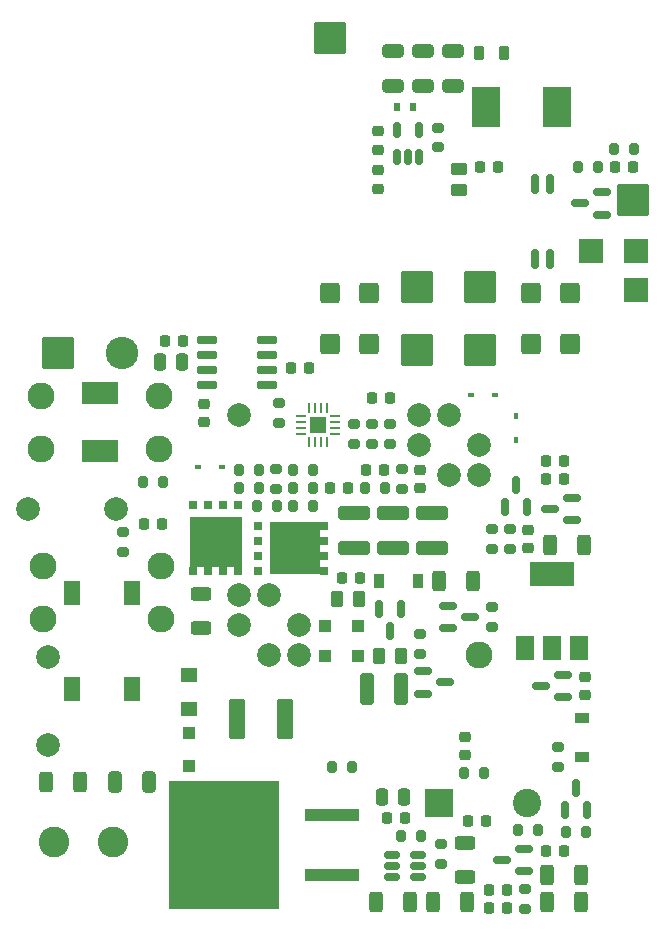
<source format=gbr>
%TF.GenerationSoftware,KiCad,Pcbnew,7.99.0-950-gc4668c1d3a-dirty*%
%TF.CreationDate,2023-06-21T04:14:00+08:00*%
%TF.ProjectId,LightningReed,4c696768-746e-4696-9e67-526565642e6b,rev?*%
%TF.SameCoordinates,Original*%
%TF.FileFunction,Soldermask,Bot*%
%TF.FilePolarity,Negative*%
%FSLAX46Y46*%
G04 Gerber Fmt 4.6, Leading zero omitted, Abs format (unit mm)*
G04 Created by KiCad (PCBNEW 7.99.0-950-gc4668c1d3a-dirty) date 2023-06-21 04:14:00*
%MOMM*%
%LPD*%
G01*
G04 APERTURE LIST*
G04 Aperture macros list*
%AMRoundRect*
0 Rectangle with rounded corners*
0 $1 Rounding radius*
0 $2 $3 $4 $5 $6 $7 $8 $9 X,Y pos of 4 corners*
0 Add a 4 corners polygon primitive as box body*
4,1,4,$2,$3,$4,$5,$6,$7,$8,$9,$2,$3,0*
0 Add four circle primitives for the rounded corners*
1,1,$1+$1,$2,$3*
1,1,$1+$1,$4,$5*
1,1,$1+$1,$6,$7*
1,1,$1+$1,$8,$9*
0 Add four rect primitives between the rounded corners*
20,1,$1+$1,$2,$3,$4,$5,0*
20,1,$1+$1,$4,$5,$6,$7,0*
20,1,$1+$1,$6,$7,$8,$9,0*
20,1,$1+$1,$8,$9,$2,$3,0*%
G04 Aperture macros list end*
%ADD10R,0.600000X0.450000*%
%ADD11RoundRect,0.250001X-0.799999X-0.799999X0.799999X-0.799999X0.799999X0.799999X-0.799999X0.799999X0*%
%ADD12RoundRect,0.250000X-0.600000X-0.600000X0.600000X-0.600000X0.600000X0.600000X-0.600000X0.600000X0*%
%ADD13C,2.286000*%
%ADD14RoundRect,0.150000X-0.587500X-0.150000X0.587500X-0.150000X0.587500X0.150000X-0.587500X0.150000X0*%
%ADD15RoundRect,0.200000X-0.200000X-0.275000X0.200000X-0.275000X0.200000X0.275000X-0.200000X0.275000X0*%
%ADD16RoundRect,0.200000X-0.275000X0.200000X-0.275000X-0.200000X0.275000X-0.200000X0.275000X0.200000X0*%
%ADD17RoundRect,0.250000X0.250000X0.475000X-0.250000X0.475000X-0.250000X-0.475000X0.250000X-0.475000X0*%
%ADD18RoundRect,0.250000X-1.125000X-1.125000X1.125000X-1.125000X1.125000X1.125000X-1.125000X1.125000X0*%
%ADD19C,2.600000*%
%ADD20C,2.000000*%
%ADD21R,0.450000X0.600000*%
%ADD22R,2.400000X2.400000*%
%ADD23C,2.400000*%
%ADD24RoundRect,0.225000X0.225000X0.250000X-0.225000X0.250000X-0.225000X-0.250000X0.225000X-0.250000X0*%
%ADD25RoundRect,0.200000X0.275000X-0.200000X0.275000X0.200000X-0.275000X0.200000X-0.275000X-0.200000X0*%
%ADD26RoundRect,0.225000X-0.250000X0.225000X-0.250000X-0.225000X0.250000X-0.225000X0.250000X0.225000X0*%
%ADD27C,2.750000*%
%ADD28R,0.600000X0.700000*%
%ADD29RoundRect,0.150000X0.150000X-0.512500X0.150000X0.512500X-0.150000X0.512500X-0.150000X-0.512500X0*%
%ADD30R,3.150000X1.960000*%
%ADD31RoundRect,0.250000X-0.262500X-0.450000X0.262500X-0.450000X0.262500X0.450000X-0.262500X0.450000X0*%
%ADD32RoundRect,0.250000X0.312500X0.625000X-0.312500X0.625000X-0.312500X-0.625000X0.312500X-0.625000X0*%
%ADD33RoundRect,0.250000X-0.325000X-1.100000X0.325000X-1.100000X0.325000X1.100000X-0.325000X1.100000X0*%
%ADD34RoundRect,0.225000X0.250000X-0.225000X0.250000X0.225000X-0.250000X0.225000X-0.250000X-0.225000X0*%
%ADD35RoundRect,0.218750X-0.218750X-0.381250X0.218750X-0.381250X0.218750X0.381250X-0.218750X0.381250X0*%
%ADD36RoundRect,0.250000X-0.312500X-0.625000X0.312500X-0.625000X0.312500X0.625000X-0.312500X0.625000X0*%
%ADD37RoundRect,0.250000X-0.450000X0.262500X-0.450000X-0.262500X0.450000X-0.262500X0.450000X0.262500X0*%
%ADD38RoundRect,0.225000X-0.225000X-0.250000X0.225000X-0.250000X0.225000X0.250000X-0.225000X0.250000X0*%
%ADD39RoundRect,0.250000X1.100000X-0.325000X1.100000X0.325000X-1.100000X0.325000X-1.100000X-0.325000X0*%
%ADD40R,0.700000X0.700000*%
%ADD41R,4.350000X4.510000*%
%ADD42RoundRect,0.250000X-0.625000X0.312500X-0.625000X-0.312500X0.625000X-0.312500X0.625000X0.312500X0*%
%ADD43RoundRect,0.250000X-0.650000X0.325000X-0.650000X-0.325000X0.650000X-0.325000X0.650000X0.325000X0*%
%ADD44RoundRect,0.150000X0.587500X0.150000X-0.587500X0.150000X-0.587500X-0.150000X0.587500X-0.150000X0*%
%ADD45R,4.510000X4.350000*%
%ADD46R,0.900000X1.200000*%
%ADD47RoundRect,0.150000X0.725000X0.150000X-0.725000X0.150000X-0.725000X-0.150000X0.725000X-0.150000X0*%
%ADD48R,1.100000X1.100000*%
%ADD49RoundRect,0.200000X0.200000X0.275000X-0.200000X0.275000X-0.200000X-0.275000X0.200000X-0.275000X0*%
%ADD50R,1.470660X2.105660*%
%ADD51RoundRect,0.150000X0.512500X0.150000X-0.512500X0.150000X-0.512500X-0.150000X0.512500X-0.150000X0*%
%ADD52RoundRect,0.150000X-0.150000X0.662500X-0.150000X-0.662500X0.150000X-0.662500X0.150000X0.662500X0*%
%ADD53R,4.600000X1.100000*%
%ADD54R,9.400000X10.800000*%
%ADD55RoundRect,0.150000X0.150000X-0.587500X0.150000X0.587500X-0.150000X0.587500X-0.150000X-0.587500X0*%
%ADD56RoundRect,0.250000X-1.100000X0.325000X-1.100000X-0.325000X1.100000X-0.325000X1.100000X0.325000X0*%
%ADD57RoundRect,0.250000X-0.250000X-0.475000X0.250000X-0.475000X0.250000X0.475000X-0.250000X0.475000X0*%
%ADD58RoundRect,0.150000X-0.150000X0.587500X-0.150000X-0.587500X0.150000X-0.587500X0.150000X0.587500X0*%
%ADD59RoundRect,0.250000X0.325000X0.650000X-0.325000X0.650000X-0.325000X-0.650000X0.325000X-0.650000X0*%
%ADD60R,1.500000X2.000000*%
%ADD61R,3.800000X2.000000*%
%ADD62RoundRect,0.250000X0.625000X-0.312500X0.625000X0.312500X-0.625000X0.312500X-0.625000X-0.312500X0*%
%ADD63R,2.350000X3.500000*%
%ADD64RoundRect,0.250000X0.262500X0.450000X-0.262500X0.450000X-0.262500X-0.450000X0.262500X-0.450000X0*%
%ADD65RoundRect,0.249999X-0.450001X-1.450001X0.450001X-1.450001X0.450001X1.450001X-0.450001X1.450001X0*%
%ADD66RoundRect,0.062500X-0.062500X0.375000X-0.062500X-0.375000X0.062500X-0.375000X0.062500X0.375000X0*%
%ADD67RoundRect,0.062500X-0.375000X0.062500X-0.375000X-0.062500X0.375000X-0.062500X0.375000X0.062500X0*%
%ADD68R,1.450000X1.450000*%
%ADD69R,1.200000X0.900000*%
%ADD70R,1.400000X1.300000*%
G04 APERTURE END LIST*
D10*
%TO.C,D13*%
X139158000Y-105664000D03*
X141258000Y-105664000D03*
%TD*%
D11*
%TO.C,TP3*%
X153162000Y-96798000D03*
%TD*%
D12*
%TO.C,TP11*%
X130556000Y-97052000D03*
%TD*%
D13*
%TO.C,L2*%
X102957000Y-120122000D03*
X102957000Y-124622000D03*
X112957000Y-120122000D03*
X112957000Y-124622000D03*
%TD*%
D14*
%TO.C,Q10*%
X137238500Y-125410000D03*
X137238500Y-123510000D03*
X139113500Y-124460000D03*
%TD*%
D15*
%TO.C,TH1*%
X124143000Y-115062000D03*
X125793000Y-115062000D03*
%TD*%
D16*
%TO.C,R48*%
X132334000Y-108141000D03*
X132334000Y-109791000D03*
%TD*%
D17*
%TO.C,C28*%
X112842000Y-102870000D03*
X114742000Y-102870000D03*
%TD*%
D10*
%TO.C,D11*%
X116044000Y-111760000D03*
X118144000Y-111760000D03*
%TD*%
D18*
%TO.C,REF\u002A\u002A*%
X127254000Y-75462000D03*
%TD*%
D19*
%TO.C,L3*%
X103926000Y-143510000D03*
X108926000Y-143510000D03*
%TD*%
D16*
%TO.C,R51*%
X130810000Y-109791000D03*
X130810000Y-108141000D03*
%TD*%
D20*
%TO.C,T1*%
X122079000Y-127667000D03*
X124619000Y-127667000D03*
D13*
X139859000Y-127667000D03*
D20*
X119539000Y-125127000D03*
X124619000Y-125127000D03*
X119539000Y-122587000D03*
X122079000Y-122587000D03*
X137319000Y-112427000D03*
X139859000Y-112427000D03*
X134779000Y-109887000D03*
X139859000Y-109887000D03*
X119539000Y-107347000D03*
X134779000Y-107347000D03*
X137319000Y-107347000D03*
%TD*%
D12*
%TO.C,TP10*%
X130556000Y-101346000D03*
%TD*%
D18*
%TO.C,TP8*%
X134620000Y-101854000D03*
%TD*%
D21*
%TO.C,D14*%
X143002000Y-109508000D03*
X143002000Y-107408000D03*
%TD*%
D18*
%TO.C,TP5*%
X139954000Y-96544000D03*
%TD*%
D13*
%TO.C,L1*%
X102776000Y-105736000D03*
X102776000Y-110236000D03*
X112776000Y-105736000D03*
X112776000Y-110236000D03*
%TD*%
D18*
%TO.C,TP7*%
X134620000Y-96544000D03*
%TD*%
D12*
%TO.C,TP15*%
X144272000Y-97052000D03*
%TD*%
%TO.C,TP14*%
X147574000Y-101346000D03*
%TD*%
D18*
%TO.C,TP6*%
X139954000Y-101854000D03*
%TD*%
D12*
%TO.C,TP9*%
X127254000Y-101346000D03*
%TD*%
D16*
%TO.C,R49*%
X140970000Y-125285000D03*
X140970000Y-123635000D03*
%TD*%
D20*
%TO.C,C1*%
X101660000Y-115316000D03*
X109160000Y-115316000D03*
%TD*%
D22*
%TO.C,C10*%
X136476220Y-140208000D03*
D23*
X143976220Y-140208000D03*
%TD*%
D24*
%TO.C,C33*%
X125489000Y-103378000D03*
X123939000Y-103378000D03*
%TD*%
D12*
%TO.C,TP13*%
X144272000Y-101346000D03*
%TD*%
D16*
%TO.C,R46*%
X133350000Y-111951000D03*
X133350000Y-113601000D03*
%TD*%
D25*
%TO.C,R50*%
X129286000Y-109791000D03*
X129286000Y-108141000D03*
%TD*%
D24*
%TO.C,C34*%
X132347000Y-105918000D03*
X130797000Y-105918000D03*
%TD*%
D12*
%TO.C,TP16*%
X147574000Y-97052000D03*
%TD*%
D26*
%TO.C,C32*%
X134874000Y-112001000D03*
X134874000Y-113551000D03*
%TD*%
D11*
%TO.C,TP4*%
X153162000Y-93496000D03*
%TD*%
D12*
%TO.C,TP12*%
X127254000Y-97052000D03*
%TD*%
D18*
%TO.C,P1*%
X104234000Y-102108000D03*
D27*
X109634000Y-102108000D03*
%TD*%
D11*
%TO.C,TP2*%
X149352000Y-93496000D03*
%TD*%
D20*
%TO.C,C2*%
X103378000Y-135322000D03*
X103378000Y-127822000D03*
%TD*%
D18*
%TO.C,TP1*%
X152908000Y-89178000D03*
%TD*%
D16*
%TO.C,R37*%
X109728000Y-117285000D03*
X109728000Y-118935000D03*
%TD*%
D28*
%TO.C,D17*%
X134304000Y-81304000D03*
X132904000Y-81304000D03*
%TD*%
D24*
%TO.C,C7*%
X142253000Y-147574000D03*
X140703000Y-147574000D03*
%TD*%
D29*
%TO.C,U9*%
X134808000Y-83214500D03*
X132908000Y-83214500D03*
X132908000Y-85489500D03*
X133858000Y-85489500D03*
X134808000Y-85489500D03*
%TD*%
D30*
%TO.C,F1*%
X107758500Y-105500000D03*
X107758500Y-110400000D03*
%TD*%
D31*
%TO.C,R41*%
X131421500Y-127762000D03*
X133246500Y-127762000D03*
%TD*%
D24*
%TO.C,C23*%
X114834000Y-101092000D03*
X113284000Y-101092000D03*
%TD*%
D32*
%TO.C,R30*%
X139384500Y-121412000D03*
X136459500Y-121412000D03*
%TD*%
D33*
%TO.C,C27*%
X130351000Y-130556000D03*
X133301000Y-130556000D03*
%TD*%
D34*
%TO.C,C45*%
X131318000Y-83323000D03*
X131318000Y-84873000D03*
%TD*%
D35*
%TO.C,L6*%
X142032500Y-76732000D03*
X139907500Y-76732000D03*
%TD*%
D36*
%TO.C,R6*%
X145603500Y-148590000D03*
X148528500Y-148590000D03*
%TD*%
D37*
%TO.C,R61*%
X138176000Y-88312500D03*
X138176000Y-86487500D03*
%TD*%
D25*
%TO.C,R27*%
X146558000Y-137144500D03*
X146558000Y-135494500D03*
%TD*%
D36*
%TO.C,R7*%
X145603500Y-146304000D03*
X148528500Y-146304000D03*
%TD*%
D32*
%TO.C,R19*%
X148782500Y-118364000D03*
X145857500Y-118364000D03*
%TD*%
D38*
%TO.C,C38*%
X141491000Y-86384000D03*
X139941000Y-86384000D03*
%TD*%
D39*
%TO.C,C22*%
X129286000Y-118569000D03*
X129286000Y-115619000D03*
%TD*%
D38*
%TO.C,C31*%
X127241000Y-113538000D03*
X128791000Y-113538000D03*
%TD*%
D40*
%TO.C,Q7*%
X121152000Y-117983000D03*
X121152000Y-119253000D03*
X121152000Y-120523000D03*
X121152000Y-116713000D03*
D41*
X124282000Y-118618000D03*
D40*
X126752000Y-116713000D03*
X126752000Y-117983000D03*
X126752000Y-119253000D03*
X126752000Y-120523000D03*
%TD*%
D42*
%TO.C,R4*%
X138684000Y-143571500D03*
X138684000Y-146496500D03*
%TD*%
D43*
%TO.C,C40*%
X135128000Y-76527000D03*
X135128000Y-79477000D03*
%TD*%
D15*
%TO.C,R5*%
X133287000Y-143002000D03*
X134937000Y-143002000D03*
%TD*%
D38*
%TO.C,C8*%
X138925000Y-141732000D03*
X140475000Y-141732000D03*
%TD*%
D44*
%TO.C,Q5*%
X143685500Y-144084000D03*
X143685500Y-145984000D03*
X141810500Y-145034000D03*
%TD*%
D24*
%TO.C,C5*%
X133617000Y-141478000D03*
X132067000Y-141478000D03*
%TD*%
D16*
%TO.C,R9*%
X136652000Y-143701000D03*
X136652000Y-145351000D03*
%TD*%
D38*
%TO.C,C30*%
X130289000Y-112014000D03*
X131839000Y-112014000D03*
%TD*%
D40*
%TO.C,Q8*%
X118237000Y-114980000D03*
X116967000Y-114980000D03*
X115697000Y-114980000D03*
X119507000Y-114980000D03*
D45*
X117602000Y-118110000D03*
D40*
X119507000Y-120580000D03*
X118237000Y-120580000D03*
X116967000Y-120580000D03*
X115697000Y-120580000D03*
%TD*%
D24*
%TO.C,C25*%
X113043000Y-116586000D03*
X111493000Y-116586000D03*
%TD*%
D46*
%TO.C,D10*%
X134746000Y-121412000D03*
X131446000Y-121412000D03*
%TD*%
D47*
%TO.C,U5*%
X121955000Y-100965000D03*
X121955000Y-102235000D03*
X121955000Y-103505000D03*
X121955000Y-104775000D03*
X116805000Y-104775000D03*
X116805000Y-103505000D03*
X116805000Y-102235000D03*
X116805000Y-100965000D03*
%TD*%
D48*
%TO.C,D9*%
X129670000Y-127762000D03*
X126870000Y-127762000D03*
%TD*%
D25*
%TO.C,R26*%
X140970000Y-118681000D03*
X140970000Y-117031000D03*
%TD*%
D48*
%TO.C,D8*%
X129670000Y-125222000D03*
X126870000Y-125222000D03*
%TD*%
D49*
%TO.C,R36*%
X113093000Y-113030000D03*
X111443000Y-113030000D03*
%TD*%
D48*
%TO.C,D3*%
X115316000Y-134236000D03*
X115316000Y-137036000D03*
%TD*%
D50*
%TO.C,D2*%
X110500160Y-130543300D03*
X105399840Y-130543300D03*
X105399840Y-122440700D03*
X110500160Y-122440700D03*
%TD*%
D38*
%TO.C,C36*%
X152921000Y-86384000D03*
X151371000Y-86384000D03*
%TD*%
D44*
%TO.C,Q4*%
X146987500Y-129352000D03*
X146987500Y-131252000D03*
X145112500Y-130302000D03*
%TD*%
D15*
%TO.C,R29*%
X147257000Y-142669500D03*
X148907000Y-142669500D03*
%TD*%
D51*
%TO.C,U1*%
X134741500Y-144592000D03*
X134741500Y-145542000D03*
X134741500Y-146492000D03*
X132466500Y-146492000D03*
X132466500Y-145542000D03*
X132466500Y-144592000D03*
%TD*%
D43*
%TO.C,C39*%
X137668000Y-76527000D03*
X137668000Y-79477000D03*
%TD*%
D52*
%TO.C,U7*%
X144653000Y-94143500D03*
X145923000Y-94143500D03*
X145923000Y-87768500D03*
X144653000Y-87768500D03*
%TD*%
D49*
%TO.C,R32*%
X122745000Y-115062000D03*
X121095000Y-115062000D03*
%TD*%
D53*
%TO.C,Q1*%
X127441000Y-141224000D03*
D54*
X118291000Y-143764000D03*
D53*
X127441000Y-146304000D03*
%TD*%
D24*
%TO.C,C12*%
X147079000Y-112776000D03*
X145529000Y-112776000D03*
%TD*%
D16*
%TO.C,R42*%
X134874000Y-125921000D03*
X134874000Y-127571000D03*
%TD*%
D32*
%TO.C,R3*%
X138876500Y-148590000D03*
X135951500Y-148590000D03*
%TD*%
D24*
%TO.C,C13*%
X147079000Y-111252000D03*
X145529000Y-111252000D03*
%TD*%
D49*
%TO.C,R34*%
X121221000Y-113538000D03*
X119571000Y-113538000D03*
%TD*%
D55*
%TO.C,Q6*%
X149032000Y-140813000D03*
X147132000Y-140813000D03*
X148082000Y-138938000D03*
%TD*%
D15*
%TO.C,R60*%
X152971000Y-84860000D03*
X151321000Y-84860000D03*
%TD*%
D26*
%TO.C,C14*%
X144018000Y-117081000D03*
X144018000Y-118631000D03*
%TD*%
D15*
%TO.C,R44*%
X124143000Y-113538000D03*
X125793000Y-113538000D03*
%TD*%
D34*
%TO.C,C24*%
X116586000Y-107963000D03*
X116586000Y-106413000D03*
%TD*%
D56*
%TO.C,C21*%
X135890000Y-118569000D03*
X135890000Y-115619000D03*
%TD*%
D57*
%TO.C,C4*%
X131638000Y-139700000D03*
X133538000Y-139700000D03*
%TD*%
D55*
%TO.C,Q2*%
X143952000Y-115159000D03*
X142052000Y-115159000D03*
X143002000Y-113284000D03*
%TD*%
D16*
%TO.C,R8*%
X143764000Y-147511000D03*
X143764000Y-149161000D03*
%TD*%
D58*
%TO.C,Q9*%
X131384000Y-123776500D03*
X133284000Y-123776500D03*
X132334000Y-125651500D03*
%TD*%
D15*
%TO.C,R15*%
X138621000Y-137668000D03*
X140271000Y-137668000D03*
%TD*%
D24*
%TO.C,C26*%
X129807000Y-121158000D03*
X128257000Y-121158000D03*
%TD*%
D43*
%TO.C,C41*%
X132588000Y-76527000D03*
X132588000Y-79477000D03*
%TD*%
D59*
%TO.C,C18*%
X111965000Y-138430000D03*
X109015000Y-138430000D03*
%TD*%
D25*
%TO.C,R47*%
X122936000Y-108013000D03*
X122936000Y-106363000D03*
%TD*%
%TO.C,R62*%
X136398000Y-83019000D03*
X136398000Y-84669000D03*
%TD*%
D32*
%TO.C,R2*%
X134050500Y-148590000D03*
X131125500Y-148590000D03*
%TD*%
D60*
%TO.C,Q3*%
X148350000Y-127102000D03*
X146050000Y-127102000D03*
D61*
X146050000Y-120802000D03*
D60*
X143750000Y-127102000D03*
%TD*%
D14*
%TO.C,D12*%
X135128000Y-130932000D03*
X135128000Y-129032000D03*
X137003000Y-129982000D03*
%TD*%
D25*
%TO.C,R17*%
X142494000Y-118681000D03*
X142494000Y-117031000D03*
%TD*%
D34*
%TO.C,C15*%
X148844000Y-131064000D03*
X148844000Y-129514000D03*
%TD*%
D62*
%TO.C,R39*%
X116332000Y-125414500D03*
X116332000Y-122489500D03*
%TD*%
D49*
%TO.C,R59*%
X148273000Y-86384000D03*
X149923000Y-86384000D03*
%TD*%
D63*
%TO.C,L5*%
X146512000Y-81304000D03*
X140462000Y-81304000D03*
%TD*%
D38*
%TO.C,C17*%
X145529000Y-144272000D03*
X147079000Y-144272000D03*
%TD*%
D44*
%TO.C,U8*%
X148414500Y-89432000D03*
X150289500Y-90382000D03*
X150289500Y-88482000D03*
%TD*%
D64*
%TO.C,R40*%
X129690500Y-122936000D03*
X127865500Y-122936000D03*
%TD*%
D44*
%TO.C,U2*%
X147749500Y-116266000D03*
X145874500Y-115316000D03*
X147749500Y-114366000D03*
%TD*%
D65*
%TO.C,C19*%
X119362000Y-133096000D03*
X123462000Y-133096000D03*
%TD*%
D49*
%TO.C,R45*%
X131889000Y-113538000D03*
X130239000Y-113538000D03*
%TD*%
D34*
%TO.C,C11*%
X138684000Y-136157000D03*
X138684000Y-134607000D03*
%TD*%
D66*
%TO.C,U4*%
X125488000Y-106766500D03*
X125988000Y-106766500D03*
X126488000Y-106766500D03*
X126988000Y-106766500D03*
D67*
X127675500Y-107454000D03*
X127675500Y-107954000D03*
X127675500Y-108454000D03*
X127675500Y-108954000D03*
D66*
X126988000Y-109641500D03*
X126488000Y-109641500D03*
X125988000Y-109641500D03*
X125488000Y-109641500D03*
D67*
X124800500Y-108954000D03*
X124800500Y-108454000D03*
X124800500Y-107954000D03*
X124800500Y-107454000D03*
D68*
X126238000Y-108204000D03*
%TD*%
D15*
%TO.C,R1*%
X127445000Y-137160000D03*
X129095000Y-137160000D03*
%TD*%
D49*
%TO.C,R33*%
X121221000Y-112014000D03*
X119571000Y-112014000D03*
%TD*%
D24*
%TO.C,C6*%
X142253000Y-149098000D03*
X140703000Y-149098000D03*
%TD*%
D15*
%TO.C,R28*%
X143193000Y-142494000D03*
X144843000Y-142494000D03*
%TD*%
D69*
%TO.C,D6*%
X148590000Y-132970000D03*
X148590000Y-136270000D03*
%TD*%
D70*
%TO.C,D1*%
X115316000Y-132260000D03*
X115316000Y-129360000D03*
%TD*%
D32*
%TO.C,R38*%
X106110500Y-138430000D03*
X103185500Y-138430000D03*
%TD*%
D15*
%TO.C,R43*%
X124143000Y-112014000D03*
X125793000Y-112014000D03*
%TD*%
D25*
%TO.C,R31*%
X122682000Y-113601000D03*
X122682000Y-111951000D03*
%TD*%
D34*
%TO.C,C47*%
X131318000Y-86625000D03*
X131318000Y-88175000D03*
%TD*%
D56*
%TO.C,C20*%
X132588000Y-118569000D03*
X132588000Y-115619000D03*
%TD*%
M02*

</source>
